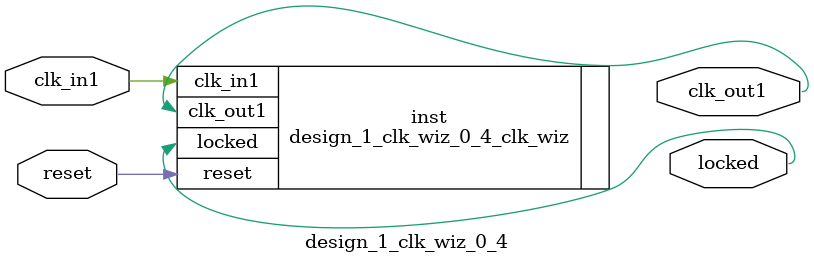
<source format=v>


`timescale 1ps/1ps

(* CORE_GENERATION_INFO = "design_1_clk_wiz_0_4,clk_wiz_v6_0_6_0_0,{component_name=design_1_clk_wiz_0_4,use_phase_alignment=true,use_min_o_jitter=false,use_max_i_jitter=false,use_dyn_phase_shift=false,use_inclk_switchover=false,use_dyn_reconfig=false,enable_axi=0,feedback_source=FDBK_AUTO,PRIMITIVE=MMCM,num_out_clk=1,clkin1_period=10.000,clkin2_period=10.000,use_power_down=false,use_reset=true,use_locked=true,use_inclk_stopped=false,feedback_type=SINGLE,CLOCK_MGR_TYPE=NA,manual_override=false}" *)

module design_1_clk_wiz_0_4 
 (
  // Clock out ports
  output        clk_out1,
  // Status and control signals
  input         reset,
  output        locked,
 // Clock in ports
  input         clk_in1
 );

  design_1_clk_wiz_0_4_clk_wiz inst
  (
  // Clock out ports  
  .clk_out1(clk_out1),
  // Status and control signals               
  .reset(reset), 
  .locked(locked),
 // Clock in ports
  .clk_in1(clk_in1)
  );

endmodule

</source>
